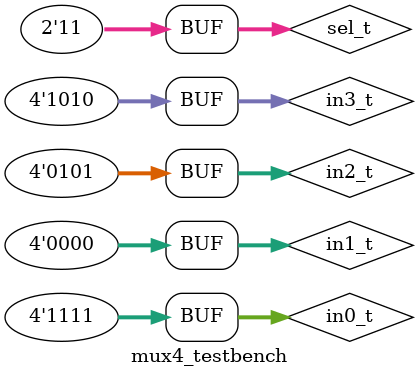
<source format=sv>
`timescale 1ns / 1ps


module mux4_testbench #(localparam BITS =4) ();
    reg [BITS-1:0] in0_t;
    reg [BITS-1:0] in1_t;
    reg [BITS-1:0] in2_t;
    reg [BITS-1:0] in3_t;
    reg [1:0] sel_t;
    wire [BITS-1:0] out_t;

mux4 dut( 
    .in0(in0_t), 
    .in1(in1_t),
    .in2(in2_t),
    .in3(in3_t),
    .sel(sel_t),
    .out(out_t)
    );

initial begin 
    sel_t = 2'b00; in0_t = 4'b0000; in1_t = 4'b1111; in2_t = 4'b1010; in3_t = 4'b0101; #10;
    sel_t = 2'b01; #10;
    sel_t = 2'b10; #10;
    sel_t = 2'b11; #10; 
    sel_t = 2'b00; in0_t = 4'b1111; in1_t = 4'b0000; in2_t = 4'b0101; in3_t = 4'b1010; #10;
    sel_t = 2'b01; #10;
    sel_t = 2'b10; #10;
    sel_t = 2'b11; #10; 
end
endmodule 
</source>
